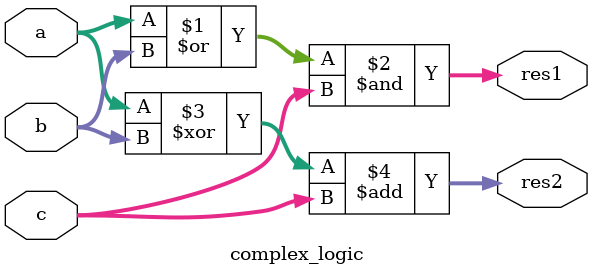
<source format=sv>
module complex_logic (
    input [3:0] a, b, c,
    output [3:0] res1,
    output [3:0] res2
);
    assign res1 = (a | b) & c;
    assign res2 = (a ^ b) + c;
endmodule

</source>
